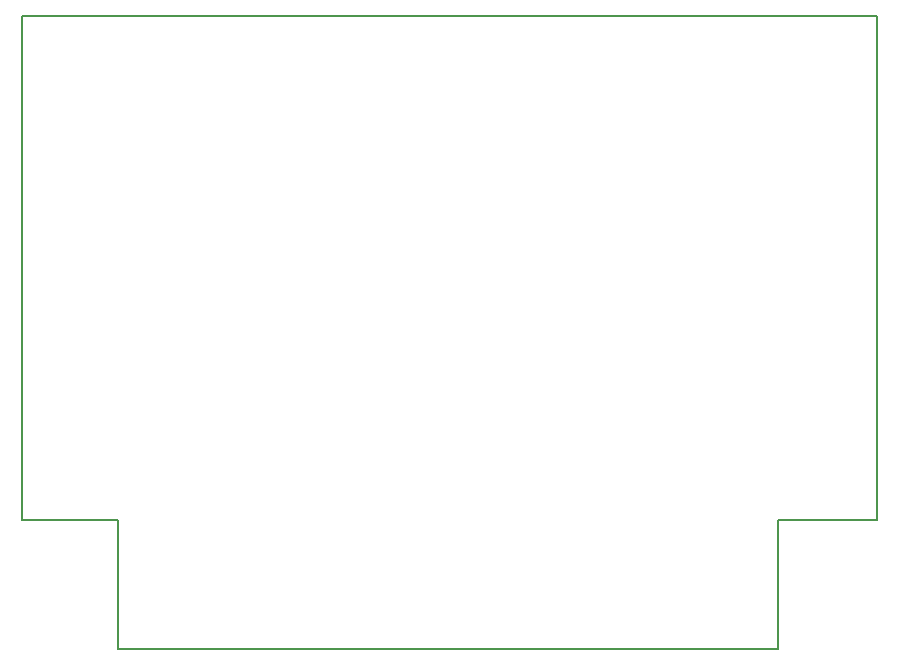
<source format=gbr>
G04 #@! TF.FileFunction,Profile,NP*
%FSLAX46Y46*%
G04 Gerber Fmt 4.6, Leading zero omitted, Abs format (unit mm)*
G04 Created by KiCad (PCBNEW 4.0.7) date 05/21/18 15:56:52*
%MOMM*%
%LPD*%
G01*
G04 APERTURE LIST*
%ADD10C,0.100000*%
%ADD11C,0.150000*%
G04 APERTURE END LIST*
D10*
D11*
X105410000Y-133604000D02*
X105410000Y-90932000D01*
X113538000Y-133604000D02*
X105410000Y-133604000D01*
X113538000Y-144526000D02*
X113538000Y-133604000D01*
X169418000Y-144526000D02*
X113538000Y-144526000D01*
X169418000Y-133604000D02*
X169418000Y-144526000D01*
X177800000Y-133604000D02*
X169418000Y-133604000D01*
X177800000Y-90932000D02*
X177800000Y-133604000D01*
X105410000Y-90932000D02*
X177800000Y-90932000D01*
M02*

</source>
